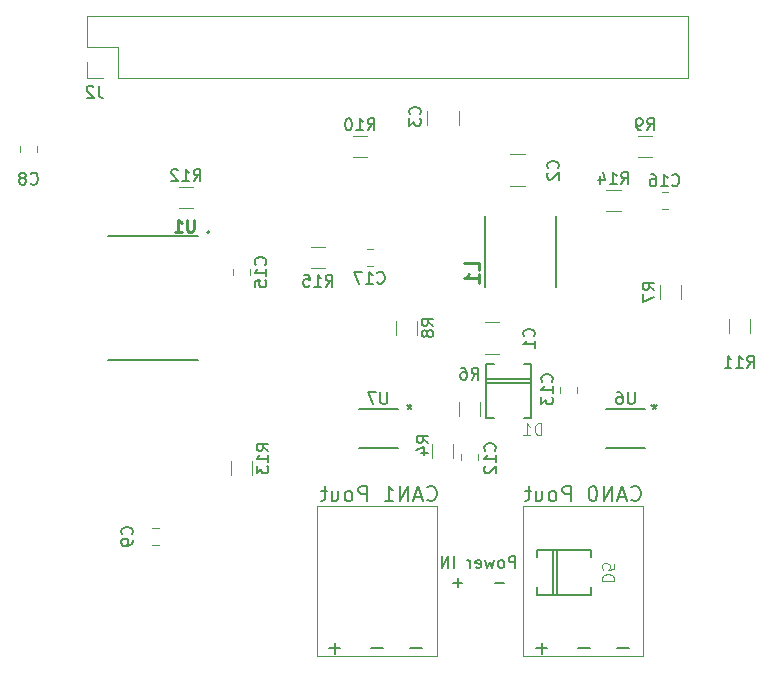
<source format=gbr>
G04 #@! TF.GenerationSoftware,KiCad,Pcbnew,5.1.5+dfsg1-2*
G04 #@! TF.CreationDate,2020-01-18T18:57:03+02:00*
G04 #@! TF.ProjectId,Morfeas_Rpi_Hat,4d6f7266-6561-4735-9f52-70695f486174,V1.0*
G04 #@! TF.SameCoordinates,Original*
G04 #@! TF.FileFunction,Legend,Bot*
G04 #@! TF.FilePolarity,Positive*
%FSLAX46Y46*%
G04 Gerber Fmt 4.6, Leading zero omitted, Abs format (unit mm)*
G04 Created by KiCad (PCBNEW 5.1.5+dfsg1-2) date 2020-01-18 18:57:03*
%MOMM*%
%LPD*%
G04 APERTURE LIST*
%ADD10C,0.177800*%
%ADD11C,0.150000*%
%ADD12C,0.152400*%
%ADD13C,0.120000*%
%ADD14C,0.127000*%
%ADD15C,0.200000*%
%ADD16C,0.119380*%
%ADD17C,0.254000*%
%ADD18C,0.250000*%
G04 APERTURE END LIST*
D10*
X167615809Y-117946714D02*
X166648190Y-117946714D01*
X167132000Y-118430523D02*
X167132000Y-117462904D01*
X171191478Y-117936517D02*
X170223859Y-117936517D01*
X174493478Y-117936517D02*
X173525859Y-117936517D01*
X156967478Y-117936517D02*
X155999859Y-117936517D01*
X153665478Y-117936517D02*
X152697859Y-117936517D01*
X150089809Y-117946714D02*
X149122190Y-117946714D01*
X149606000Y-118430523D02*
X149606000Y-117462904D01*
D11*
X164917047Y-111133380D02*
X164917047Y-110133380D01*
X164536095Y-110133380D01*
X164440857Y-110181000D01*
X164393238Y-110228619D01*
X164345619Y-110323857D01*
X164345619Y-110466714D01*
X164393238Y-110561952D01*
X164440857Y-110609571D01*
X164536095Y-110657190D01*
X164917047Y-110657190D01*
X163774190Y-111133380D02*
X163869428Y-111085761D01*
X163917047Y-111038142D01*
X163964666Y-110942904D01*
X163964666Y-110657190D01*
X163917047Y-110561952D01*
X163869428Y-110514333D01*
X163774190Y-110466714D01*
X163631333Y-110466714D01*
X163536095Y-110514333D01*
X163488476Y-110561952D01*
X163440857Y-110657190D01*
X163440857Y-110942904D01*
X163488476Y-111038142D01*
X163536095Y-111085761D01*
X163631333Y-111133380D01*
X163774190Y-111133380D01*
X163107523Y-110466714D02*
X162917047Y-111133380D01*
X162726571Y-110657190D01*
X162536095Y-111133380D01*
X162345619Y-110466714D01*
X161583714Y-111085761D02*
X161678952Y-111133380D01*
X161869428Y-111133380D01*
X161964666Y-111085761D01*
X162012285Y-110990523D01*
X162012285Y-110609571D01*
X161964666Y-110514333D01*
X161869428Y-110466714D01*
X161678952Y-110466714D01*
X161583714Y-110514333D01*
X161536095Y-110609571D01*
X161536095Y-110704809D01*
X162012285Y-110800047D01*
X161107523Y-111133380D02*
X161107523Y-110466714D01*
X161107523Y-110657190D02*
X161059904Y-110561952D01*
X161012285Y-110514333D01*
X160917047Y-110466714D01*
X160821809Y-110466714D01*
X159726571Y-111133380D02*
X159726571Y-110133380D01*
X159250380Y-111133380D02*
X159250380Y-110133380D01*
X158678952Y-111133380D01*
X158678952Y-110133380D01*
X163940857Y-112402428D02*
X163178952Y-112402428D01*
X160417047Y-112402428D02*
X159655142Y-112402428D01*
X160036095Y-112783380D02*
X160036095Y-112021476D01*
D12*
X174739904Y-105355571D02*
X174800380Y-105416047D01*
X174981809Y-105476523D01*
X175102761Y-105476523D01*
X175284190Y-105416047D01*
X175405142Y-105295095D01*
X175465619Y-105174142D01*
X175526095Y-104932238D01*
X175526095Y-104750809D01*
X175465619Y-104508904D01*
X175405142Y-104387952D01*
X175284190Y-104267000D01*
X175102761Y-104206523D01*
X174981809Y-104206523D01*
X174800380Y-104267000D01*
X174739904Y-104327476D01*
X174256095Y-105113666D02*
X173651333Y-105113666D01*
X174377047Y-105476523D02*
X173953714Y-104206523D01*
X173530380Y-105476523D01*
X173107047Y-105476523D02*
X173107047Y-104206523D01*
X172381333Y-105476523D01*
X172381333Y-104206523D01*
X171534666Y-104206523D02*
X171413714Y-104206523D01*
X171292761Y-104267000D01*
X171232285Y-104327476D01*
X171171809Y-104448428D01*
X171111333Y-104690333D01*
X171111333Y-104992714D01*
X171171809Y-105234619D01*
X171232285Y-105355571D01*
X171292761Y-105416047D01*
X171413714Y-105476523D01*
X171534666Y-105476523D01*
X171655619Y-105416047D01*
X171716095Y-105355571D01*
X171776571Y-105234619D01*
X171837047Y-104992714D01*
X171837047Y-104690333D01*
X171776571Y-104448428D01*
X171716095Y-104327476D01*
X171655619Y-104267000D01*
X171534666Y-104206523D01*
X169599428Y-105476523D02*
X169599428Y-104206523D01*
X169115619Y-104206523D01*
X168994666Y-104267000D01*
X168934190Y-104327476D01*
X168873714Y-104448428D01*
X168873714Y-104629857D01*
X168934190Y-104750809D01*
X168994666Y-104811285D01*
X169115619Y-104871761D01*
X169599428Y-104871761D01*
X168148000Y-105476523D02*
X168268952Y-105416047D01*
X168329428Y-105355571D01*
X168389904Y-105234619D01*
X168389904Y-104871761D01*
X168329428Y-104750809D01*
X168268952Y-104690333D01*
X168148000Y-104629857D01*
X167966571Y-104629857D01*
X167845619Y-104690333D01*
X167785142Y-104750809D01*
X167724666Y-104871761D01*
X167724666Y-105234619D01*
X167785142Y-105355571D01*
X167845619Y-105416047D01*
X167966571Y-105476523D01*
X168148000Y-105476523D01*
X166636095Y-104629857D02*
X166636095Y-105476523D01*
X167180380Y-104629857D02*
X167180380Y-105295095D01*
X167119904Y-105416047D01*
X166998952Y-105476523D01*
X166817523Y-105476523D01*
X166696571Y-105416047D01*
X166636095Y-105355571D01*
X166212761Y-104629857D02*
X165728952Y-104629857D01*
X166031333Y-104206523D02*
X166031333Y-105295095D01*
X165970857Y-105416047D01*
X165849904Y-105476523D01*
X165728952Y-105476523D01*
D11*
X157467904Y-105355571D02*
X157528380Y-105416047D01*
X157709809Y-105476523D01*
X157830761Y-105476523D01*
X158012190Y-105416047D01*
X158133142Y-105295095D01*
X158193619Y-105174142D01*
X158254095Y-104932238D01*
X158254095Y-104750809D01*
X158193619Y-104508904D01*
X158133142Y-104387952D01*
X158012190Y-104267000D01*
X157830761Y-104206523D01*
X157709809Y-104206523D01*
X157528380Y-104267000D01*
X157467904Y-104327476D01*
X156984095Y-105113666D02*
X156379333Y-105113666D01*
X157105047Y-105476523D02*
X156681714Y-104206523D01*
X156258380Y-105476523D01*
X155835047Y-105476523D02*
X155835047Y-104206523D01*
X155109333Y-105476523D01*
X155109333Y-104206523D01*
X153839333Y-105476523D02*
X154565047Y-105476523D01*
X154202190Y-105476523D02*
X154202190Y-104206523D01*
X154323142Y-104387952D01*
X154444095Y-104508904D01*
X154565047Y-104569380D01*
X152327428Y-105476523D02*
X152327428Y-104206523D01*
X151843619Y-104206523D01*
X151722666Y-104267000D01*
X151662190Y-104327476D01*
X151601714Y-104448428D01*
X151601714Y-104629857D01*
X151662190Y-104750809D01*
X151722666Y-104811285D01*
X151843619Y-104871761D01*
X152327428Y-104871761D01*
X150876000Y-105476523D02*
X150996952Y-105416047D01*
X151057428Y-105355571D01*
X151117904Y-105234619D01*
X151117904Y-104871761D01*
X151057428Y-104750809D01*
X150996952Y-104690333D01*
X150876000Y-104629857D01*
X150694571Y-104629857D01*
X150573619Y-104690333D01*
X150513142Y-104750809D01*
X150452666Y-104871761D01*
X150452666Y-105234619D01*
X150513142Y-105355571D01*
X150573619Y-105416047D01*
X150694571Y-105476523D01*
X150876000Y-105476523D01*
X149364095Y-104629857D02*
X149364095Y-105476523D01*
X149908380Y-104629857D02*
X149908380Y-105295095D01*
X149847904Y-105416047D01*
X149726952Y-105476523D01*
X149545523Y-105476523D01*
X149424571Y-105416047D01*
X149364095Y-105355571D01*
X148940761Y-104629857D02*
X148456952Y-104629857D01*
X148759333Y-104206523D02*
X148759333Y-105295095D01*
X148698857Y-105416047D01*
X148577904Y-105476523D01*
X148456952Y-105476523D01*
D13*
X165550435Y-118606948D02*
X165550435Y-105906948D01*
X175710435Y-118606948D02*
X165550435Y-118606948D01*
X165550435Y-105906948D02*
X175710435Y-105906948D01*
X175710435Y-105906948D02*
X175710435Y-118606948D01*
X148082000Y-118618000D02*
X148082000Y-105918000D01*
X158242000Y-118618000D02*
X148082000Y-118618000D01*
X158242000Y-105918000D02*
X158242000Y-118618000D01*
X148082000Y-105918000D02*
X158242000Y-105918000D01*
G04 #@! TO.C,C3*
X157390000Y-73624064D02*
X157390000Y-72419936D01*
X160110000Y-73624064D02*
X160110000Y-72419936D01*
G04 #@! TO.C,C2*
X165702064Y-78830000D02*
X164497936Y-78830000D01*
X165702064Y-76110000D02*
X164497936Y-76110000D01*
G04 #@! TO.C,C1*
X163540064Y-93054000D02*
X162335936Y-93054000D01*
X163540064Y-90334000D02*
X162335936Y-90334000D01*
D14*
G04 #@! TO.C,D1*
X165608000Y-98430080D02*
X166243000Y-98430080D01*
X162433000Y-93858080D02*
X163068000Y-93858080D01*
X162433000Y-98430080D02*
X162433000Y-93858080D01*
X163068000Y-98430080D02*
X162433000Y-98430080D01*
X162433000Y-95153480D02*
X166243000Y-95153480D01*
X162433000Y-95483680D02*
X166243000Y-95483680D01*
X166243000Y-93858080D02*
X165608000Y-93858080D01*
X166243000Y-98430080D02*
X166243000Y-93858080D01*
D15*
G04 #@! TO.C,L1*
X168354000Y-81328000D02*
X168354000Y-87328000D01*
X162354000Y-87328000D02*
X162354000Y-81328000D01*
D13*
G04 #@! TO.C,J2*
X128634000Y-64440000D02*
X128634000Y-67040000D01*
X128634000Y-64440000D02*
X179554000Y-64440000D01*
X179554000Y-64440000D02*
X179554000Y-69640000D01*
X131234000Y-69640000D02*
X179554000Y-69640000D01*
X131234000Y-67040000D02*
X131234000Y-69640000D01*
X128634000Y-67040000D02*
X131234000Y-67040000D01*
X128634000Y-69640000D02*
X129964000Y-69640000D01*
X128634000Y-68310000D02*
X128634000Y-69640000D01*
D14*
G04 #@! TO.C,U1*
X138039000Y-93515000D02*
X130439000Y-93515000D01*
X138039000Y-83015000D02*
X130439000Y-83015000D01*
D15*
X139012000Y-82722000D02*
G75*
G03X139012000Y-82722000I-100000J0D01*
G01*
D13*
G04 #@! TO.C,R8*
X154792000Y-91404064D02*
X154792000Y-90199936D01*
X156612000Y-91404064D02*
X156612000Y-90199936D01*
G04 #@! TO.C,R15*
X148808064Y-83926000D02*
X147603936Y-83926000D01*
X148808064Y-85746000D02*
X147603936Y-85746000D01*
G04 #@! TO.C,R14*
X173830064Y-79100000D02*
X172625936Y-79100000D01*
X173830064Y-80920000D02*
X172625936Y-80920000D01*
G04 #@! TO.C,C17*
X152834078Y-84126000D02*
X152316922Y-84126000D01*
X152834078Y-85546000D02*
X152316922Y-85546000D01*
G04 #@! TO.C,C16*
X177804578Y-79300000D02*
X177287422Y-79300000D01*
X177804578Y-80720000D02*
X177287422Y-80720000D01*
D14*
G04 #@! TO.C,D5*
X171353963Y-110235523D02*
X171353963Y-109600523D01*
X166781963Y-113410523D02*
X166781963Y-112775523D01*
X171353963Y-113410523D02*
X166781963Y-113410523D01*
X171353963Y-112775523D02*
X171353963Y-113410523D01*
X168077363Y-113410523D02*
X168077363Y-109600523D01*
X168407563Y-113410523D02*
X168407563Y-109600523D01*
X166781963Y-109600523D02*
X166781963Y-110235523D01*
X171353963Y-109600523D02*
X166781963Y-109600523D01*
D13*
G04 #@! TO.C,R13*
X142642000Y-103292064D02*
X142642000Y-102087936D01*
X140822000Y-103292064D02*
X140822000Y-102087936D01*
G04 #@! TO.C,R12*
X137632064Y-80666000D02*
X136427936Y-80666000D01*
X137632064Y-78846000D02*
X136427936Y-78846000D01*
G04 #@! TO.C,C15*
X142442000Y-86364578D02*
X142442000Y-85847422D01*
X141022000Y-86364578D02*
X141022000Y-85847422D01*
G04 #@! TO.C,R11*
X182986000Y-90075936D02*
X182986000Y-91280064D01*
X184806000Y-90075936D02*
X184806000Y-91280064D01*
G04 #@! TO.C,R10*
X152370064Y-74528000D02*
X151165936Y-74528000D01*
X152370064Y-76348000D02*
X151165936Y-76348000D01*
G04 #@! TO.C,R9*
X176500064Y-74528000D02*
X175295936Y-74528000D01*
X176500064Y-76348000D02*
X175295936Y-76348000D01*
G04 #@! TO.C,R7*
X178964000Y-87157936D02*
X178964000Y-88362064D01*
X177144000Y-87157936D02*
X177144000Y-88362064D01*
G04 #@! TO.C,R6*
X160126000Y-98262064D02*
X160126000Y-97057936D01*
X161946000Y-98262064D02*
X161946000Y-97057936D01*
G04 #@! TO.C,R4*
X159660000Y-101824064D02*
X159660000Y-100619936D01*
X157840000Y-101824064D02*
X157840000Y-100619936D01*
G04 #@! TO.C,C13*
X168708000Y-96349078D02*
X168708000Y-95831922D01*
X170128000Y-96349078D02*
X170128000Y-95831922D01*
G04 #@! TO.C,C12*
X161746000Y-102034078D02*
X161746000Y-101516922D01*
X160326000Y-102034078D02*
X160326000Y-101516922D01*
G04 #@! TO.C,C9*
X134185922Y-109168000D02*
X134703078Y-109168000D01*
X134185922Y-107748000D02*
X134703078Y-107748000D01*
G04 #@! TO.C,C8*
X122988000Y-75950578D02*
X122988000Y-75433422D01*
X124408000Y-75950578D02*
X124408000Y-75433422D01*
D12*
G04 #@! TO.C,U6*
X172593000Y-97684000D02*
X175895000Y-97684000D01*
X175895000Y-100986000D02*
X172593000Y-100986000D01*
G04 #@! TO.C,U7*
X151638000Y-97684000D02*
X154940000Y-97684000D01*
X154940000Y-100986000D02*
X151638000Y-100986000D01*
G04 #@! TO.C,C3*
D11*
X156821142Y-72731333D02*
X156868761Y-72683714D01*
X156916380Y-72540857D01*
X156916380Y-72445619D01*
X156868761Y-72302761D01*
X156773523Y-72207523D01*
X156678285Y-72159904D01*
X156487809Y-72112285D01*
X156344952Y-72112285D01*
X156154476Y-72159904D01*
X156059238Y-72207523D01*
X155964000Y-72302761D01*
X155916380Y-72445619D01*
X155916380Y-72540857D01*
X155964000Y-72683714D01*
X156011619Y-72731333D01*
X155916380Y-73064666D02*
X155916380Y-73683714D01*
X156297333Y-73350380D01*
X156297333Y-73493238D01*
X156344952Y-73588476D01*
X156392571Y-73636095D01*
X156487809Y-73683714D01*
X156725904Y-73683714D01*
X156821142Y-73636095D01*
X156868761Y-73588476D01*
X156916380Y-73493238D01*
X156916380Y-73207523D01*
X156868761Y-73112285D01*
X156821142Y-73064666D01*
G04 #@! TO.C,C2*
X168505142Y-77303333D02*
X168552761Y-77255714D01*
X168600380Y-77112857D01*
X168600380Y-77017619D01*
X168552761Y-76874761D01*
X168457523Y-76779523D01*
X168362285Y-76731904D01*
X168171809Y-76684285D01*
X168028952Y-76684285D01*
X167838476Y-76731904D01*
X167743238Y-76779523D01*
X167648000Y-76874761D01*
X167600380Y-77017619D01*
X167600380Y-77112857D01*
X167648000Y-77255714D01*
X167695619Y-77303333D01*
X167695619Y-77684285D02*
X167648000Y-77731904D01*
X167600380Y-77827142D01*
X167600380Y-78065238D01*
X167648000Y-78160476D01*
X167695619Y-78208095D01*
X167790857Y-78255714D01*
X167886095Y-78255714D01*
X168028952Y-78208095D01*
X168600380Y-77636666D01*
X168600380Y-78255714D01*
G04 #@! TO.C,C1*
X166473142Y-91527333D02*
X166520761Y-91479714D01*
X166568380Y-91336857D01*
X166568380Y-91241619D01*
X166520761Y-91098761D01*
X166425523Y-91003523D01*
X166330285Y-90955904D01*
X166139809Y-90908285D01*
X165996952Y-90908285D01*
X165806476Y-90955904D01*
X165711238Y-91003523D01*
X165616000Y-91098761D01*
X165568380Y-91241619D01*
X165568380Y-91336857D01*
X165616000Y-91479714D01*
X165663619Y-91527333D01*
X166568380Y-92479714D02*
X166568380Y-91908285D01*
X166568380Y-92194000D02*
X165568380Y-92194000D01*
X165711238Y-92098761D01*
X165806476Y-92003523D01*
X165854095Y-91908285D01*
G04 #@! TO.C,D1*
D16*
X167108656Y-99893724D02*
X167108656Y-98892964D01*
X166870380Y-98892964D01*
X166727414Y-98940620D01*
X166632103Y-99035930D01*
X166584448Y-99131240D01*
X166536793Y-99321861D01*
X166536793Y-99464827D01*
X166584448Y-99655448D01*
X166632103Y-99750759D01*
X166727414Y-99846069D01*
X166870380Y-99893724D01*
X167108656Y-99893724D01*
X165583688Y-99893724D02*
X166155551Y-99893724D01*
X165869620Y-99893724D02*
X165869620Y-98892964D01*
X165964930Y-99035930D01*
X166060240Y-99131240D01*
X166155551Y-99178896D01*
G04 #@! TO.C,L1*
D17*
X161864523Y-85894333D02*
X161864523Y-85289571D01*
X160594523Y-85289571D01*
X161864523Y-86982904D02*
X161864523Y-86257190D01*
X161864523Y-86620047D02*
X160594523Y-86620047D01*
X160775952Y-86499095D01*
X160896904Y-86378142D01*
X160957380Y-86257190D01*
G04 #@! TO.C,J2*
D11*
X129619333Y-70318380D02*
X129619333Y-71032666D01*
X129666952Y-71175523D01*
X129762190Y-71270761D01*
X129905047Y-71318380D01*
X130000285Y-71318380D01*
X129190761Y-70413619D02*
X129143142Y-70366000D01*
X129047904Y-70318380D01*
X128809809Y-70318380D01*
X128714571Y-70366000D01*
X128666952Y-70413619D01*
X128619333Y-70508857D01*
X128619333Y-70604095D01*
X128666952Y-70746952D01*
X129238380Y-71318380D01*
X128619333Y-71318380D01*
G04 #@! TO.C,U1*
D18*
X137680095Y-81646619D02*
X137680095Y-82469095D01*
X137631714Y-82565857D01*
X137583333Y-82614238D01*
X137486571Y-82662619D01*
X137293047Y-82662619D01*
X137196285Y-82614238D01*
X137147904Y-82565857D01*
X137099523Y-82469095D01*
X137099523Y-81646619D01*
X136083523Y-82662619D02*
X136664095Y-82662619D01*
X136373809Y-82662619D02*
X136373809Y-81646619D01*
X136470571Y-81791761D01*
X136567333Y-81888523D01*
X136664095Y-81936904D01*
G04 #@! TO.C,R8*
D11*
X157974380Y-90635333D02*
X157498190Y-90302000D01*
X157974380Y-90063904D02*
X156974380Y-90063904D01*
X156974380Y-90444857D01*
X157022000Y-90540095D01*
X157069619Y-90587714D01*
X157164857Y-90635333D01*
X157307714Y-90635333D01*
X157402952Y-90587714D01*
X157450571Y-90540095D01*
X157498190Y-90444857D01*
X157498190Y-90063904D01*
X157402952Y-91206761D02*
X157355333Y-91111523D01*
X157307714Y-91063904D01*
X157212476Y-91016285D01*
X157164857Y-91016285D01*
X157069619Y-91063904D01*
X157022000Y-91111523D01*
X156974380Y-91206761D01*
X156974380Y-91397238D01*
X157022000Y-91492476D01*
X157069619Y-91540095D01*
X157164857Y-91587714D01*
X157212476Y-91587714D01*
X157307714Y-91540095D01*
X157355333Y-91492476D01*
X157402952Y-91397238D01*
X157402952Y-91206761D01*
X157450571Y-91111523D01*
X157498190Y-91063904D01*
X157593428Y-91016285D01*
X157783904Y-91016285D01*
X157879142Y-91063904D01*
X157926761Y-91111523D01*
X157974380Y-91206761D01*
X157974380Y-91397238D01*
X157926761Y-91492476D01*
X157879142Y-91540095D01*
X157783904Y-91587714D01*
X157593428Y-91587714D01*
X157498190Y-91540095D01*
X157450571Y-91492476D01*
X157402952Y-91397238D01*
G04 #@! TO.C,R15*
X148848857Y-87320380D02*
X149182190Y-86844190D01*
X149420285Y-87320380D02*
X149420285Y-86320380D01*
X149039333Y-86320380D01*
X148944095Y-86368000D01*
X148896476Y-86415619D01*
X148848857Y-86510857D01*
X148848857Y-86653714D01*
X148896476Y-86748952D01*
X148944095Y-86796571D01*
X149039333Y-86844190D01*
X149420285Y-86844190D01*
X147896476Y-87320380D02*
X148467904Y-87320380D01*
X148182190Y-87320380D02*
X148182190Y-86320380D01*
X148277428Y-86463238D01*
X148372666Y-86558476D01*
X148467904Y-86606095D01*
X146991714Y-86320380D02*
X147467904Y-86320380D01*
X147515523Y-86796571D01*
X147467904Y-86748952D01*
X147372666Y-86701333D01*
X147134571Y-86701333D01*
X147039333Y-86748952D01*
X146991714Y-86796571D01*
X146944095Y-86891809D01*
X146944095Y-87129904D01*
X146991714Y-87225142D01*
X147039333Y-87272761D01*
X147134571Y-87320380D01*
X147372666Y-87320380D01*
X147467904Y-87272761D01*
X147515523Y-87225142D01*
G04 #@! TO.C,R14*
X173870857Y-78642380D02*
X174204190Y-78166190D01*
X174442285Y-78642380D02*
X174442285Y-77642380D01*
X174061333Y-77642380D01*
X173966095Y-77690000D01*
X173918476Y-77737619D01*
X173870857Y-77832857D01*
X173870857Y-77975714D01*
X173918476Y-78070952D01*
X173966095Y-78118571D01*
X174061333Y-78166190D01*
X174442285Y-78166190D01*
X172918476Y-78642380D02*
X173489904Y-78642380D01*
X173204190Y-78642380D02*
X173204190Y-77642380D01*
X173299428Y-77785238D01*
X173394666Y-77880476D01*
X173489904Y-77928095D01*
X172061333Y-77975714D02*
X172061333Y-78642380D01*
X172299428Y-77594761D02*
X172537523Y-78309047D01*
X171918476Y-78309047D01*
G04 #@! TO.C,C17*
X153218357Y-86971142D02*
X153265976Y-87018761D01*
X153408833Y-87066380D01*
X153504071Y-87066380D01*
X153646928Y-87018761D01*
X153742166Y-86923523D01*
X153789785Y-86828285D01*
X153837404Y-86637809D01*
X153837404Y-86494952D01*
X153789785Y-86304476D01*
X153742166Y-86209238D01*
X153646928Y-86114000D01*
X153504071Y-86066380D01*
X153408833Y-86066380D01*
X153265976Y-86114000D01*
X153218357Y-86161619D01*
X152265976Y-87066380D02*
X152837404Y-87066380D01*
X152551690Y-87066380D02*
X152551690Y-86066380D01*
X152646928Y-86209238D01*
X152742166Y-86304476D01*
X152837404Y-86352095D01*
X151932642Y-86066380D02*
X151265976Y-86066380D01*
X151694547Y-87066380D01*
G04 #@! TO.C,C16*
X178188857Y-78717142D02*
X178236476Y-78764761D01*
X178379333Y-78812380D01*
X178474571Y-78812380D01*
X178617428Y-78764761D01*
X178712666Y-78669523D01*
X178760285Y-78574285D01*
X178807904Y-78383809D01*
X178807904Y-78240952D01*
X178760285Y-78050476D01*
X178712666Y-77955238D01*
X178617428Y-77860000D01*
X178474571Y-77812380D01*
X178379333Y-77812380D01*
X178236476Y-77860000D01*
X178188857Y-77907619D01*
X177236476Y-78812380D02*
X177807904Y-78812380D01*
X177522190Y-78812380D02*
X177522190Y-77812380D01*
X177617428Y-77955238D01*
X177712666Y-78050476D01*
X177807904Y-78098095D01*
X176379333Y-77812380D02*
X176569809Y-77812380D01*
X176665047Y-77860000D01*
X176712666Y-77907619D01*
X176807904Y-78050476D01*
X176855523Y-78240952D01*
X176855523Y-78621904D01*
X176807904Y-78717142D01*
X176760285Y-78764761D01*
X176665047Y-78812380D01*
X176474571Y-78812380D01*
X176379333Y-78764761D01*
X176331714Y-78717142D01*
X176284095Y-78621904D01*
X176284095Y-78383809D01*
X176331714Y-78288571D01*
X176379333Y-78240952D01*
X176474571Y-78193333D01*
X176665047Y-78193333D01*
X176760285Y-78240952D01*
X176807904Y-78288571D01*
X176855523Y-78383809D01*
G04 #@! TO.C,D5*
D16*
X172267275Y-112244656D02*
X173268035Y-112244656D01*
X173268035Y-112006380D01*
X173220380Y-111863414D01*
X173125069Y-111768103D01*
X173029759Y-111720448D01*
X172839138Y-111672793D01*
X172696172Y-111672793D01*
X172505551Y-111720448D01*
X172410240Y-111768103D01*
X172314930Y-111863414D01*
X172267275Y-112006380D01*
X172267275Y-112244656D01*
X173268035Y-110767343D02*
X173268035Y-111243896D01*
X172791482Y-111291551D01*
X172839138Y-111243896D01*
X172886793Y-111148585D01*
X172886793Y-110910309D01*
X172839138Y-110814999D01*
X172791482Y-110767343D01*
X172696172Y-110719688D01*
X172457896Y-110719688D01*
X172362585Y-110767343D01*
X172314930Y-110814999D01*
X172267275Y-110910309D01*
X172267275Y-111148585D01*
X172314930Y-111243896D01*
X172362585Y-111291551D01*
G04 #@! TO.C,R13*
D11*
X144004380Y-101211142D02*
X143528190Y-100877809D01*
X144004380Y-100639714D02*
X143004380Y-100639714D01*
X143004380Y-101020666D01*
X143052000Y-101115904D01*
X143099619Y-101163523D01*
X143194857Y-101211142D01*
X143337714Y-101211142D01*
X143432952Y-101163523D01*
X143480571Y-101115904D01*
X143528190Y-101020666D01*
X143528190Y-100639714D01*
X144004380Y-102163523D02*
X144004380Y-101592095D01*
X144004380Y-101877809D02*
X143004380Y-101877809D01*
X143147238Y-101782571D01*
X143242476Y-101687333D01*
X143290095Y-101592095D01*
X143004380Y-102496857D02*
X143004380Y-103115904D01*
X143385333Y-102782571D01*
X143385333Y-102925428D01*
X143432952Y-103020666D01*
X143480571Y-103068285D01*
X143575809Y-103115904D01*
X143813904Y-103115904D01*
X143909142Y-103068285D01*
X143956761Y-103020666D01*
X144004380Y-102925428D01*
X144004380Y-102639714D01*
X143956761Y-102544476D01*
X143909142Y-102496857D01*
G04 #@! TO.C,R12*
X137672857Y-78388380D02*
X138006190Y-77912190D01*
X138244285Y-78388380D02*
X138244285Y-77388380D01*
X137863333Y-77388380D01*
X137768095Y-77436000D01*
X137720476Y-77483619D01*
X137672857Y-77578857D01*
X137672857Y-77721714D01*
X137720476Y-77816952D01*
X137768095Y-77864571D01*
X137863333Y-77912190D01*
X138244285Y-77912190D01*
X136720476Y-78388380D02*
X137291904Y-78388380D01*
X137006190Y-78388380D02*
X137006190Y-77388380D01*
X137101428Y-77531238D01*
X137196666Y-77626476D01*
X137291904Y-77674095D01*
X136339523Y-77483619D02*
X136291904Y-77436000D01*
X136196666Y-77388380D01*
X135958571Y-77388380D01*
X135863333Y-77436000D01*
X135815714Y-77483619D01*
X135768095Y-77578857D01*
X135768095Y-77674095D01*
X135815714Y-77816952D01*
X136387142Y-78388380D01*
X135768095Y-78388380D01*
G04 #@! TO.C,C15*
X143739142Y-85463142D02*
X143786761Y-85415523D01*
X143834380Y-85272666D01*
X143834380Y-85177428D01*
X143786761Y-85034571D01*
X143691523Y-84939333D01*
X143596285Y-84891714D01*
X143405809Y-84844095D01*
X143262952Y-84844095D01*
X143072476Y-84891714D01*
X142977238Y-84939333D01*
X142882000Y-85034571D01*
X142834380Y-85177428D01*
X142834380Y-85272666D01*
X142882000Y-85415523D01*
X142929619Y-85463142D01*
X143834380Y-86415523D02*
X143834380Y-85844095D01*
X143834380Y-86129809D02*
X142834380Y-86129809D01*
X142977238Y-86034571D01*
X143072476Y-85939333D01*
X143120095Y-85844095D01*
X142834380Y-87320285D02*
X142834380Y-86844095D01*
X143310571Y-86796476D01*
X143262952Y-86844095D01*
X143215333Y-86939333D01*
X143215333Y-87177428D01*
X143262952Y-87272666D01*
X143310571Y-87320285D01*
X143405809Y-87367904D01*
X143643904Y-87367904D01*
X143739142Y-87320285D01*
X143786761Y-87272666D01*
X143834380Y-87177428D01*
X143834380Y-86939333D01*
X143786761Y-86844095D01*
X143739142Y-86796476D01*
G04 #@! TO.C,R11*
X184538857Y-94178380D02*
X184872190Y-93702190D01*
X185110285Y-94178380D02*
X185110285Y-93178380D01*
X184729333Y-93178380D01*
X184634095Y-93226000D01*
X184586476Y-93273619D01*
X184538857Y-93368857D01*
X184538857Y-93511714D01*
X184586476Y-93606952D01*
X184634095Y-93654571D01*
X184729333Y-93702190D01*
X185110285Y-93702190D01*
X183586476Y-94178380D02*
X184157904Y-94178380D01*
X183872190Y-94178380D02*
X183872190Y-93178380D01*
X183967428Y-93321238D01*
X184062666Y-93416476D01*
X184157904Y-93464095D01*
X182634095Y-94178380D02*
X183205523Y-94178380D01*
X182919809Y-94178380D02*
X182919809Y-93178380D01*
X183015047Y-93321238D01*
X183110285Y-93416476D01*
X183205523Y-93464095D01*
G04 #@! TO.C,R10*
X152410857Y-74070380D02*
X152744190Y-73594190D01*
X152982285Y-74070380D02*
X152982285Y-73070380D01*
X152601333Y-73070380D01*
X152506095Y-73118000D01*
X152458476Y-73165619D01*
X152410857Y-73260857D01*
X152410857Y-73403714D01*
X152458476Y-73498952D01*
X152506095Y-73546571D01*
X152601333Y-73594190D01*
X152982285Y-73594190D01*
X151458476Y-74070380D02*
X152029904Y-74070380D01*
X151744190Y-74070380D02*
X151744190Y-73070380D01*
X151839428Y-73213238D01*
X151934666Y-73308476D01*
X152029904Y-73356095D01*
X150839428Y-73070380D02*
X150744190Y-73070380D01*
X150648952Y-73118000D01*
X150601333Y-73165619D01*
X150553714Y-73260857D01*
X150506095Y-73451333D01*
X150506095Y-73689428D01*
X150553714Y-73879904D01*
X150601333Y-73975142D01*
X150648952Y-74022761D01*
X150744190Y-74070380D01*
X150839428Y-74070380D01*
X150934666Y-74022761D01*
X150982285Y-73975142D01*
X151029904Y-73879904D01*
X151077523Y-73689428D01*
X151077523Y-73451333D01*
X151029904Y-73260857D01*
X150982285Y-73165619D01*
X150934666Y-73118000D01*
X150839428Y-73070380D01*
G04 #@! TO.C,R9*
X176064666Y-74070380D02*
X176398000Y-73594190D01*
X176636095Y-74070380D02*
X176636095Y-73070380D01*
X176255142Y-73070380D01*
X176159904Y-73118000D01*
X176112285Y-73165619D01*
X176064666Y-73260857D01*
X176064666Y-73403714D01*
X176112285Y-73498952D01*
X176159904Y-73546571D01*
X176255142Y-73594190D01*
X176636095Y-73594190D01*
X175588476Y-74070380D02*
X175398000Y-74070380D01*
X175302761Y-74022761D01*
X175255142Y-73975142D01*
X175159904Y-73832285D01*
X175112285Y-73641809D01*
X175112285Y-73260857D01*
X175159904Y-73165619D01*
X175207523Y-73118000D01*
X175302761Y-73070380D01*
X175493238Y-73070380D01*
X175588476Y-73118000D01*
X175636095Y-73165619D01*
X175683714Y-73260857D01*
X175683714Y-73498952D01*
X175636095Y-73594190D01*
X175588476Y-73641809D01*
X175493238Y-73689428D01*
X175302761Y-73689428D01*
X175207523Y-73641809D01*
X175159904Y-73594190D01*
X175112285Y-73498952D01*
G04 #@! TO.C,R7*
X176686380Y-87593333D02*
X176210190Y-87260000D01*
X176686380Y-87021904D02*
X175686380Y-87021904D01*
X175686380Y-87402857D01*
X175734000Y-87498095D01*
X175781619Y-87545714D01*
X175876857Y-87593333D01*
X176019714Y-87593333D01*
X176114952Y-87545714D01*
X176162571Y-87498095D01*
X176210190Y-87402857D01*
X176210190Y-87021904D01*
X175686380Y-87926666D02*
X175686380Y-88593333D01*
X176686380Y-88164761D01*
G04 #@! TO.C,R6*
X161202666Y-95194380D02*
X161536000Y-94718190D01*
X161774095Y-95194380D02*
X161774095Y-94194380D01*
X161393142Y-94194380D01*
X161297904Y-94242000D01*
X161250285Y-94289619D01*
X161202666Y-94384857D01*
X161202666Y-94527714D01*
X161250285Y-94622952D01*
X161297904Y-94670571D01*
X161393142Y-94718190D01*
X161774095Y-94718190D01*
X160345523Y-94194380D02*
X160536000Y-94194380D01*
X160631238Y-94242000D01*
X160678857Y-94289619D01*
X160774095Y-94432476D01*
X160821714Y-94622952D01*
X160821714Y-95003904D01*
X160774095Y-95099142D01*
X160726476Y-95146761D01*
X160631238Y-95194380D01*
X160440761Y-95194380D01*
X160345523Y-95146761D01*
X160297904Y-95099142D01*
X160250285Y-95003904D01*
X160250285Y-94765809D01*
X160297904Y-94670571D01*
X160345523Y-94622952D01*
X160440761Y-94575333D01*
X160631238Y-94575333D01*
X160726476Y-94622952D01*
X160774095Y-94670571D01*
X160821714Y-94765809D01*
G04 #@! TO.C,R4*
X157551380Y-100544333D02*
X157075190Y-100211000D01*
X157551380Y-99972904D02*
X156551380Y-99972904D01*
X156551380Y-100353857D01*
X156599000Y-100449095D01*
X156646619Y-100496714D01*
X156741857Y-100544333D01*
X156884714Y-100544333D01*
X156979952Y-100496714D01*
X157027571Y-100449095D01*
X157075190Y-100353857D01*
X157075190Y-99972904D01*
X156884714Y-101401476D02*
X157551380Y-101401476D01*
X156503761Y-101163380D02*
X157218047Y-100925285D01*
X157218047Y-101544333D01*
G04 #@! TO.C,C13*
X167997142Y-95369142D02*
X168044761Y-95321523D01*
X168092380Y-95178666D01*
X168092380Y-95083428D01*
X168044761Y-94940571D01*
X167949523Y-94845333D01*
X167854285Y-94797714D01*
X167663809Y-94750095D01*
X167520952Y-94750095D01*
X167330476Y-94797714D01*
X167235238Y-94845333D01*
X167140000Y-94940571D01*
X167092380Y-95083428D01*
X167092380Y-95178666D01*
X167140000Y-95321523D01*
X167187619Y-95369142D01*
X168092380Y-96321523D02*
X168092380Y-95750095D01*
X168092380Y-96035809D02*
X167092380Y-96035809D01*
X167235238Y-95940571D01*
X167330476Y-95845333D01*
X167378095Y-95750095D01*
X167092380Y-96654857D02*
X167092380Y-97273904D01*
X167473333Y-96940571D01*
X167473333Y-97083428D01*
X167520952Y-97178666D01*
X167568571Y-97226285D01*
X167663809Y-97273904D01*
X167901904Y-97273904D01*
X167997142Y-97226285D01*
X168044761Y-97178666D01*
X168092380Y-97083428D01*
X168092380Y-96797714D01*
X168044761Y-96702476D01*
X167997142Y-96654857D01*
G04 #@! TO.C,C12*
X163171142Y-101211142D02*
X163218761Y-101163523D01*
X163266380Y-101020666D01*
X163266380Y-100925428D01*
X163218761Y-100782571D01*
X163123523Y-100687333D01*
X163028285Y-100639714D01*
X162837809Y-100592095D01*
X162694952Y-100592095D01*
X162504476Y-100639714D01*
X162409238Y-100687333D01*
X162314000Y-100782571D01*
X162266380Y-100925428D01*
X162266380Y-101020666D01*
X162314000Y-101163523D01*
X162361619Y-101211142D01*
X163266380Y-102163523D02*
X163266380Y-101592095D01*
X163266380Y-101877809D02*
X162266380Y-101877809D01*
X162409238Y-101782571D01*
X162504476Y-101687333D01*
X162552095Y-101592095D01*
X162361619Y-102544476D02*
X162314000Y-102592095D01*
X162266380Y-102687333D01*
X162266380Y-102925428D01*
X162314000Y-103020666D01*
X162361619Y-103068285D01*
X162456857Y-103115904D01*
X162552095Y-103115904D01*
X162694952Y-103068285D01*
X163266380Y-102496857D01*
X163266380Y-103115904D01*
G04 #@! TO.C,C9*
X132437142Y-108291333D02*
X132484761Y-108243714D01*
X132532380Y-108100857D01*
X132532380Y-108005619D01*
X132484761Y-107862761D01*
X132389523Y-107767523D01*
X132294285Y-107719904D01*
X132103809Y-107672285D01*
X131960952Y-107672285D01*
X131770476Y-107719904D01*
X131675238Y-107767523D01*
X131580000Y-107862761D01*
X131532380Y-108005619D01*
X131532380Y-108100857D01*
X131580000Y-108243714D01*
X131627619Y-108291333D01*
X132532380Y-108767523D02*
X132532380Y-108958000D01*
X132484761Y-109053238D01*
X132437142Y-109100857D01*
X132294285Y-109196095D01*
X132103809Y-109243714D01*
X131722857Y-109243714D01*
X131627619Y-109196095D01*
X131580000Y-109148476D01*
X131532380Y-109053238D01*
X131532380Y-108862761D01*
X131580000Y-108767523D01*
X131627619Y-108719904D01*
X131722857Y-108672285D01*
X131960952Y-108672285D01*
X132056190Y-108719904D01*
X132103809Y-108767523D01*
X132151428Y-108862761D01*
X132151428Y-109053238D01*
X132103809Y-109148476D01*
X132056190Y-109196095D01*
X131960952Y-109243714D01*
G04 #@! TO.C,C8*
X123864666Y-78589142D02*
X123912285Y-78636761D01*
X124055142Y-78684380D01*
X124150380Y-78684380D01*
X124293238Y-78636761D01*
X124388476Y-78541523D01*
X124436095Y-78446285D01*
X124483714Y-78255809D01*
X124483714Y-78112952D01*
X124436095Y-77922476D01*
X124388476Y-77827238D01*
X124293238Y-77732000D01*
X124150380Y-77684380D01*
X124055142Y-77684380D01*
X123912285Y-77732000D01*
X123864666Y-77779619D01*
X123293238Y-78112952D02*
X123388476Y-78065333D01*
X123436095Y-78017714D01*
X123483714Y-77922476D01*
X123483714Y-77874857D01*
X123436095Y-77779619D01*
X123388476Y-77732000D01*
X123293238Y-77684380D01*
X123102761Y-77684380D01*
X123007523Y-77732000D01*
X122959904Y-77779619D01*
X122912285Y-77874857D01*
X122912285Y-77922476D01*
X122959904Y-78017714D01*
X123007523Y-78065333D01*
X123102761Y-78112952D01*
X123293238Y-78112952D01*
X123388476Y-78160571D01*
X123436095Y-78208190D01*
X123483714Y-78303428D01*
X123483714Y-78493904D01*
X123436095Y-78589142D01*
X123388476Y-78636761D01*
X123293238Y-78684380D01*
X123102761Y-78684380D01*
X123007523Y-78636761D01*
X122959904Y-78589142D01*
X122912285Y-78493904D01*
X122912285Y-78303428D01*
X122959904Y-78208190D01*
X123007523Y-78160571D01*
X123102761Y-78112952D01*
G04 #@! TO.C,U6*
X175005904Y-96247380D02*
X175005904Y-97056904D01*
X174958285Y-97152142D01*
X174910666Y-97199761D01*
X174815428Y-97247380D01*
X174624952Y-97247380D01*
X174529714Y-97199761D01*
X174482095Y-97152142D01*
X174434476Y-97056904D01*
X174434476Y-96247380D01*
X173529714Y-96247380D02*
X173720190Y-96247380D01*
X173815428Y-96295000D01*
X173863047Y-96342619D01*
X173958285Y-96485476D01*
X174005904Y-96675952D01*
X174005904Y-97056904D01*
X173958285Y-97152142D01*
X173910666Y-97199761D01*
X173815428Y-97247380D01*
X173624952Y-97247380D01*
X173529714Y-97199761D01*
X173482095Y-97152142D01*
X173434476Y-97056904D01*
X173434476Y-96818809D01*
X173482095Y-96723571D01*
X173529714Y-96675952D01*
X173624952Y-96628333D01*
X173815428Y-96628333D01*
X173910666Y-96675952D01*
X173958285Y-96723571D01*
X174005904Y-96818809D01*
X176669700Y-97242380D02*
X176669700Y-97480476D01*
X176907795Y-97385238D02*
X176669700Y-97480476D01*
X176431604Y-97385238D01*
X176812557Y-97670952D02*
X176669700Y-97480476D01*
X176526842Y-97670952D01*
X176669700Y-97242380D02*
X176669700Y-97480476D01*
X176907795Y-97385238D02*
X176669700Y-97480476D01*
X176431604Y-97385238D01*
X176812557Y-97670952D02*
X176669700Y-97480476D01*
X176526842Y-97670952D01*
G04 #@! TO.C,U7*
X154050904Y-96247380D02*
X154050904Y-97056904D01*
X154003285Y-97152142D01*
X153955666Y-97199761D01*
X153860428Y-97247380D01*
X153669952Y-97247380D01*
X153574714Y-97199761D01*
X153527095Y-97152142D01*
X153479476Y-97056904D01*
X153479476Y-96247380D01*
X153098523Y-96247380D02*
X152431857Y-96247380D01*
X152860428Y-97247380D01*
X155956000Y-97242380D02*
X155956000Y-97480476D01*
X156194095Y-97385238D02*
X155956000Y-97480476D01*
X155717904Y-97385238D01*
X156098857Y-97670952D02*
X155956000Y-97480476D01*
X155813142Y-97670952D01*
X155956000Y-97242380D02*
X155956000Y-97480476D01*
X156194095Y-97385238D02*
X155956000Y-97480476D01*
X155717904Y-97385238D01*
X156098857Y-97670952D02*
X155956000Y-97480476D01*
X155813142Y-97670952D01*
G04 #@! TD*
M02*

</source>
